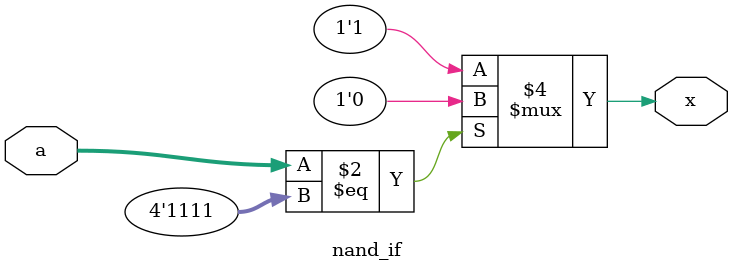
<source format=v>
`timescale 1ns/1ns
module nand_if(a,x);

input [3:0] a;
output x;
reg x;

always @(a)
begin
	if(a == 4'b1111)
		x = 4'b0;
	else
		x = 4'b1;
end
endmodule

</source>
